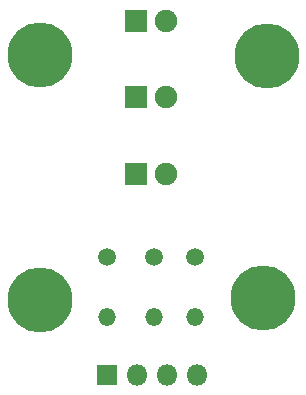
<source format=gbr>
%TF.GenerationSoftware,KiCad,Pcbnew,(5.1.6)-1*%
%TF.CreationDate,2020-07-24T15:46:23+02:00*%
%TF.ProjectId,Traffic_light_for_arduino,54726166-6669-4635-9f6c-696768745f66,rev?*%
%TF.SameCoordinates,Original*%
%TF.FileFunction,Soldermask,Top*%
%TF.FilePolarity,Negative*%
%FSLAX46Y46*%
G04 Gerber Fmt 4.6, Leading zero omitted, Abs format (unit mm)*
G04 Created by KiCad (PCBNEW (5.1.6)-1) date 2020-07-24 15:46:23*
%MOMM*%
%LPD*%
G01*
G04 APERTURE LIST*
%ADD10C,5.500000*%
%ADD11O,1.800000X1.800000*%
%ADD12R,1.800000X1.800000*%
%ADD13O,1.500000X1.500000*%
%ADD14C,1.500000*%
%ADD15C,1.900000*%
%ADD16R,1.900000X1.900000*%
G04 APERTURE END LIST*
D10*
%TO.C,H4*%
X147575000Y-79025000D03*
%TD*%
%TO.C,H3*%
X128350000Y-78925000D03*
%TD*%
%TO.C,H2*%
X147275000Y-99450000D03*
%TD*%
%TO.C,H1*%
X128350000Y-99650000D03*
%TD*%
D11*
%TO.C,J1*%
X141620000Y-106000000D03*
X139080000Y-106000000D03*
X136540000Y-106000000D03*
D12*
X134000000Y-106000000D03*
%TD*%
D13*
%TO.C,R3*%
X141500000Y-101080000D03*
D14*
X141500000Y-96000000D03*
%TD*%
D13*
%TO.C,R2*%
X138000000Y-101080000D03*
D14*
X138000000Y-96000000D03*
%TD*%
D13*
%TO.C,R1*%
X134000000Y-101080000D03*
D14*
X134000000Y-96000000D03*
%TD*%
D15*
%TO.C,D3*%
X139040000Y-89000000D03*
D16*
X136500000Y-89000000D03*
%TD*%
D15*
%TO.C,D2*%
X139040000Y-82500000D03*
D16*
X136500000Y-82500000D03*
%TD*%
D15*
%TO.C,D1*%
X139040000Y-76000000D03*
D16*
X136500000Y-76000000D03*
%TD*%
M02*

</source>
